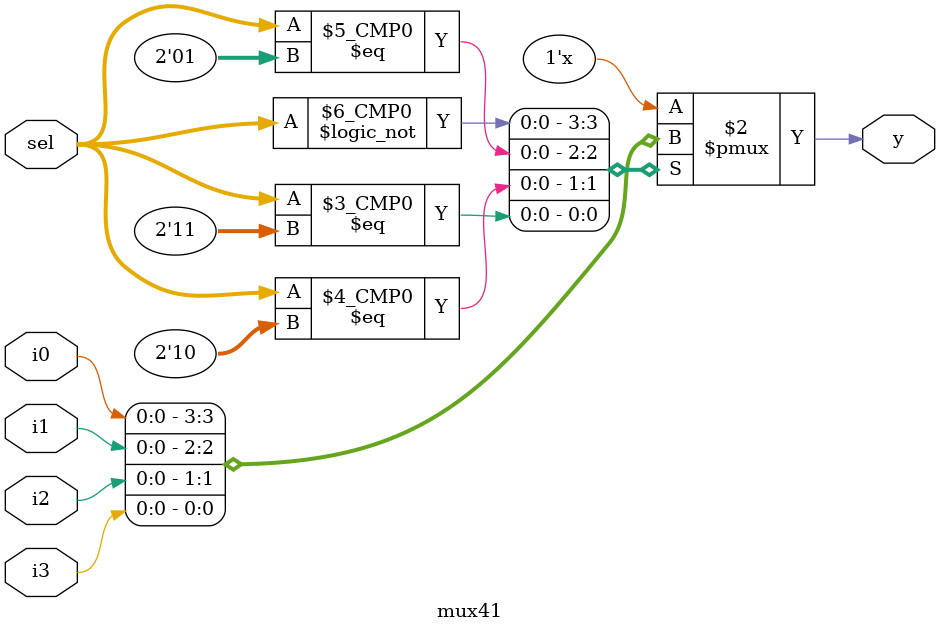
<source format=v>
module mux41



(input wire i0,
input wire i1,
input wire i2,
input wire i3,
input wire[1:0]sel,
output reg y);


always @(*) begin

case (sel)
	2'b00:y=i0;
	2'b01:y=i1;
	2'b10:y=i2;
	2'b11:y=i3;
	default:y=i0;
endcase
end
endmodule

</source>
